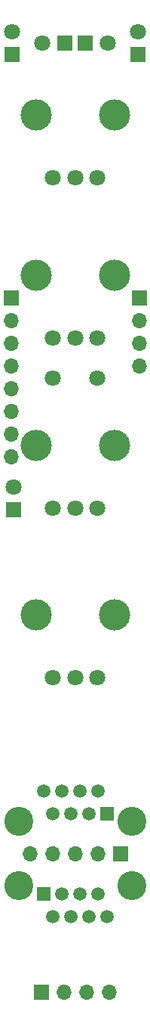
<source format=gbr>
%TF.GenerationSoftware,KiCad,Pcbnew,7.0.7*%
%TF.CreationDate,2023-08-21T13:21:59+01:00*%
%TF.ProjectId,QuadEnv_Controls_2,51756164-456e-4765-9f43-6f6e74726f6c,rev?*%
%TF.SameCoordinates,Original*%
%TF.FileFunction,Soldermask,Bot*%
%TF.FilePolarity,Negative*%
%FSLAX46Y46*%
G04 Gerber Fmt 4.6, Leading zero omitted, Abs format (unit mm)*
G04 Created by KiCad (PCBNEW 7.0.7) date 2023-08-21 13:21:59*
%MOMM*%
%LPD*%
G01*
G04 APERTURE LIST*
%ADD10R,1.700000X1.700000*%
%ADD11O,1.700000X1.700000*%
%ADD12R,1.800000X1.800000*%
%ADD13C,1.800000*%
%ADD14C,3.500000*%
%ADD15C,3.250000*%
%ADD16C,1.500000*%
%ADD17R,1.500000X1.500000*%
G04 APERTURE END LIST*
D10*
%TO.C,J1*%
X52200000Y-75000000D03*
D11*
X52200000Y-77540000D03*
X52200000Y-80080000D03*
X52200000Y-82620000D03*
X52200000Y-85160000D03*
X52200000Y-87700000D03*
X52200000Y-90240000D03*
X52200000Y-92780000D03*
%TD*%
D10*
%TO.C,J3*%
X64480000Y-137200000D03*
D11*
X61940000Y-137200000D03*
X59400000Y-137200000D03*
X56860000Y-137200000D03*
X54320000Y-137200000D03*
%TD*%
D10*
%TO.C,J4*%
X55600000Y-152700000D03*
D11*
X58140000Y-152700000D03*
X60680000Y-152700000D03*
X63220000Y-152700000D03*
%TD*%
D10*
%TO.C,J2*%
X66600000Y-75000000D03*
D11*
X66600000Y-77540000D03*
X66600000Y-80080000D03*
X66600000Y-82620000D03*
%TD*%
D12*
%TO.C,D2*%
X60480000Y-46500000D03*
D13*
X63020000Y-46500000D03*
%TD*%
D12*
%TO.C,D1*%
X66400000Y-47770000D03*
D13*
X66400000Y-45230000D03*
%TD*%
D14*
%TO.C,RV4*%
X63800000Y-110500000D03*
X55000000Y-110500000D03*
D13*
X56900000Y-117500000D03*
X59400000Y-117500000D03*
X61900000Y-117500000D03*
%TD*%
D14*
%TO.C,RV3*%
X63800000Y-91500000D03*
X55000000Y-91500000D03*
D13*
X56900000Y-98500000D03*
X59400000Y-98500000D03*
X61900000Y-98500000D03*
X61900000Y-84000000D03*
X56900000Y-84000000D03*
%TD*%
D12*
%TO.C,D4*%
X52300000Y-47770000D03*
D13*
X52300000Y-45230000D03*
%TD*%
D12*
%TO.C,D5*%
X52500000Y-98670000D03*
D13*
X52500000Y-96130000D03*
%TD*%
D15*
%TO.C,J6*%
X53050000Y-140800000D03*
X65750000Y-140800000D03*
D16*
X62960000Y-144230000D03*
X61930000Y-141690000D03*
X60930000Y-144230000D03*
X59910000Y-141690000D03*
X58900000Y-144230000D03*
X57880000Y-141690000D03*
X56870000Y-144230000D03*
D17*
X55850000Y-141690000D03*
%TD*%
D14*
%TO.C,RV2*%
X63800000Y-72500000D03*
X55000000Y-72500000D03*
D13*
X56900000Y-79500000D03*
X59400000Y-79500000D03*
X61900000Y-79500000D03*
%TD*%
D12*
%TO.C,D3*%
X58270000Y-46500000D03*
D13*
X55730000Y-46500000D03*
%TD*%
D14*
%TO.C,RV1*%
X63800000Y-54500000D03*
X55000000Y-54500000D03*
D13*
X56900000Y-61500000D03*
X59400000Y-61500000D03*
X61900000Y-61500000D03*
%TD*%
D15*
%TO.C,J5*%
X65750000Y-133600000D03*
X53050000Y-133600000D03*
D16*
X55840000Y-130170000D03*
X56870000Y-132710000D03*
X57870000Y-130170000D03*
X58890000Y-132710000D03*
X59900000Y-130170000D03*
X60920000Y-132710000D03*
X61930000Y-130170000D03*
D17*
X62950000Y-132710000D03*
%TD*%
M02*

</source>
